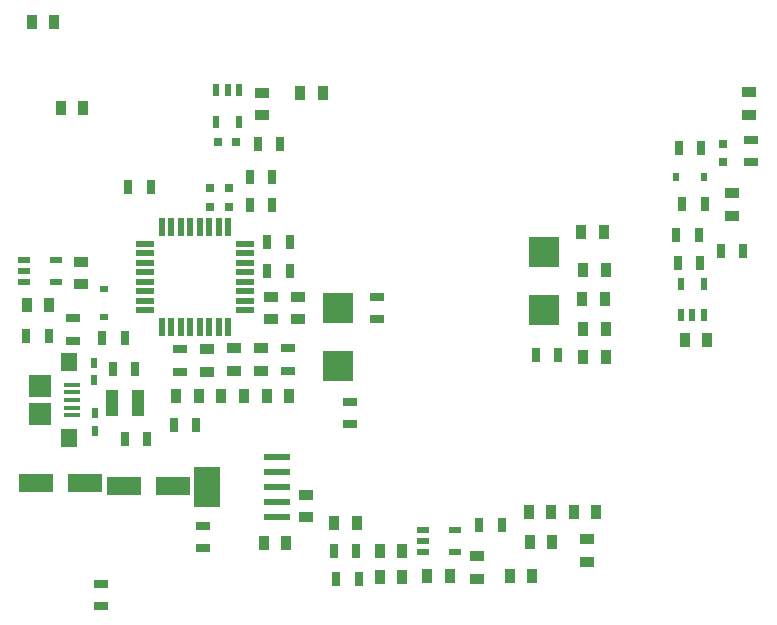
<source format=gtp>
G04*
G04 #@! TF.GenerationSoftware,Altium Limited,Altium Designer,24.9.1 (31)*
G04*
G04 Layer_Color=8421504*
%FSLAX44Y44*%
%MOMM*%
G71*
G04*
G04 #@! TF.SameCoordinates,CB504186-4DDD-4C07-9CBA-7D3857A53BA6*
G04*
G04*
G04 #@! TF.FilePolarity,Positive*
G04*
G01*
G75*
%ADD16R,0.7000X1.3000*%
%ADD17R,1.3000X0.7000*%
%ADD18R,2.2000X3.5000*%
%ADD19R,2.2000X0.6000*%
%ADD20R,0.6000X0.9000*%
%ADD21R,1.3000X0.9000*%
%ADD22R,2.6000X2.5000*%
%ADD23R,0.9000X1.3000*%
%ADD24R,0.5500X1.0000*%
%ADD25R,1.5000X0.5000*%
%ADD26R,0.5000X1.5000*%
%ADD27R,1.0000X2.2000*%
%ADD28R,0.8000X0.8000*%
%ADD29R,0.8000X0.8000*%
%ADD30R,1.4000X1.6000*%
%ADD31R,1.9000X1.9000*%
%ADD32R,1.3500X0.4000*%
%ADD33R,1.0000X0.5500*%
%ADD34R,0.6858X0.5588*%
%ADD35R,0.5588X0.6858*%
%ADD36R,3.0000X1.6000*%
D16*
X96500Y381000D02*
D03*
X115500D02*
D03*
X199500Y366000D02*
D03*
X218500D02*
D03*
Y390000D02*
D03*
X199500D02*
D03*
X154000Y180000D02*
D03*
X135000D02*
D03*
X74500Y253000D02*
D03*
X93500D02*
D03*
X102500Y227000D02*
D03*
X83500D02*
D03*
X93500Y168000D02*
D03*
X112500D02*
D03*
X214000Y310000D02*
D03*
X233000D02*
D03*
Y335000D02*
D03*
X214000D02*
D03*
X393500Y95000D02*
D03*
X412500D02*
D03*
X580500Y317000D02*
D03*
X561500D02*
D03*
X225000Y418000D02*
D03*
X206000D02*
D03*
X460500Y239000D02*
D03*
X441500D02*
D03*
X581500Y414000D02*
D03*
X562500D02*
D03*
X560500Y341000D02*
D03*
X579500D02*
D03*
X584500Y367000D02*
D03*
X565500D02*
D03*
X272500Y49000D02*
D03*
X291500D02*
D03*
X10000Y255000D02*
D03*
X29000D02*
D03*
X598000Y327000D02*
D03*
X617000D02*
D03*
X289500Y73000D02*
D03*
X270500D02*
D03*
D17*
X140000Y244000D02*
D03*
Y225000D02*
D03*
X307000Y288500D02*
D03*
Y269500D02*
D03*
X624000Y402000D02*
D03*
Y421000D02*
D03*
X50000Y270000D02*
D03*
Y251000D02*
D03*
X284000Y180500D02*
D03*
Y199500D02*
D03*
X232000Y225500D02*
D03*
Y244500D02*
D03*
X73000Y26500D02*
D03*
Y45500D02*
D03*
X160000Y94500D02*
D03*
Y75500D02*
D03*
D18*
X163000Y127000D02*
D03*
D19*
X222750Y152400D02*
D03*
Y139700D02*
D03*
Y127000D02*
D03*
Y114300D02*
D03*
Y101600D02*
D03*
D20*
X67000Y232500D02*
D03*
Y217500D02*
D03*
X68000Y189500D02*
D03*
Y174500D02*
D03*
D21*
X608000Y376000D02*
D03*
Y357000D02*
D03*
X485000Y64000D02*
D03*
Y83000D02*
D03*
X217000Y269500D02*
D03*
Y288500D02*
D03*
X247000Y101500D02*
D03*
Y120500D02*
D03*
X240000Y269500D02*
D03*
Y288500D02*
D03*
X163000Y244000D02*
D03*
Y225000D02*
D03*
X209000Y244500D02*
D03*
Y225500D02*
D03*
X622000Y461500D02*
D03*
Y442500D02*
D03*
X210000Y442000D02*
D03*
Y461000D02*
D03*
X56000Y299000D02*
D03*
Y318000D02*
D03*
X186000Y244500D02*
D03*
Y225500D02*
D03*
X392000Y49500D02*
D03*
Y68500D02*
D03*
D22*
X448000Y326000D02*
D03*
Y277000D02*
D03*
X274000Y229500D02*
D03*
Y278500D02*
D03*
D23*
X473500Y106000D02*
D03*
X492500D02*
D03*
X436500Y81000D02*
D03*
X455500D02*
D03*
X435500Y106000D02*
D03*
X454500D02*
D03*
X500500Y311000D02*
D03*
X481500D02*
D03*
X481000Y286000D02*
D03*
X500000D02*
D03*
X481500Y261000D02*
D03*
X500500D02*
D03*
X481500Y237000D02*
D03*
X500500D02*
D03*
X586500Y252000D02*
D03*
X567500D02*
D03*
X309500Y73000D02*
D03*
X328500D02*
D03*
X230000Y80000D02*
D03*
X211000D02*
D03*
X242000Y461000D02*
D03*
X261000D02*
D03*
X137000Y204000D02*
D03*
X156000D02*
D03*
X39500Y448000D02*
D03*
X58500D02*
D03*
X194000Y204000D02*
D03*
X175000D02*
D03*
X232500D02*
D03*
X213500D02*
D03*
X419500Y52000D02*
D03*
X438500D02*
D03*
X309500Y51000D02*
D03*
X328500D02*
D03*
X368500Y52000D02*
D03*
X349500D02*
D03*
X14500Y521000D02*
D03*
X33500D02*
D03*
X480000Y343000D02*
D03*
X499000D02*
D03*
X271000Y97000D02*
D03*
X290000D02*
D03*
X29500Y281000D02*
D03*
X10500D02*
D03*
D24*
X564500Y272500D02*
D03*
X574000D02*
D03*
X583500D02*
D03*
X564500Y299500D02*
D03*
X583500D02*
D03*
X171000Y436000D02*
D03*
X190000D02*
D03*
X171000Y463000D02*
D03*
X180500D02*
D03*
X190000D02*
D03*
D25*
X111000Y325000D02*
D03*
Y317000D02*
D03*
Y309000D02*
D03*
Y301000D02*
D03*
Y293000D02*
D03*
Y285000D02*
D03*
Y277000D02*
D03*
X195000D02*
D03*
Y285000D02*
D03*
Y293000D02*
D03*
Y301000D02*
D03*
Y309000D02*
D03*
Y317000D02*
D03*
Y325000D02*
D03*
Y333000D02*
D03*
X111000D02*
D03*
D26*
X125000Y263000D02*
D03*
X133000D02*
D03*
X141000D02*
D03*
X149000D02*
D03*
X157000D02*
D03*
X165000D02*
D03*
X173000D02*
D03*
X181000D02*
D03*
Y347000D02*
D03*
X173000D02*
D03*
X165000D02*
D03*
X157000D02*
D03*
X149000D02*
D03*
X141000D02*
D03*
X133000D02*
D03*
X125000D02*
D03*
D27*
X83000Y198000D02*
D03*
X105000D02*
D03*
D28*
X600000Y402000D02*
D03*
Y418000D02*
D03*
D29*
X188000Y419000D02*
D03*
X172000D02*
D03*
X182000Y364000D02*
D03*
X166000D02*
D03*
X182000Y380000D02*
D03*
X166000D02*
D03*
D30*
X46505Y169000D02*
D03*
Y233000D02*
D03*
D31*
X22005Y189000D02*
D03*
Y213000D02*
D03*
D32*
X48755Y188000D02*
D03*
Y194500D02*
D03*
Y201000D02*
D03*
Y207500D02*
D03*
Y214000D02*
D03*
D33*
X35500Y300500D02*
D03*
Y319500D02*
D03*
X8500Y300500D02*
D03*
Y310000D02*
D03*
Y319500D02*
D03*
X373000Y72000D02*
D03*
Y91000D02*
D03*
X346000Y72000D02*
D03*
Y81500D02*
D03*
Y91000D02*
D03*
D34*
X76000Y295192D02*
D03*
Y270808D02*
D03*
D35*
X559808Y390000D02*
D03*
X584192D02*
D03*
D36*
X18500Y131000D02*
D03*
X59500D02*
D03*
X134000Y128000D02*
D03*
X93000D02*
D03*
M02*

</source>
